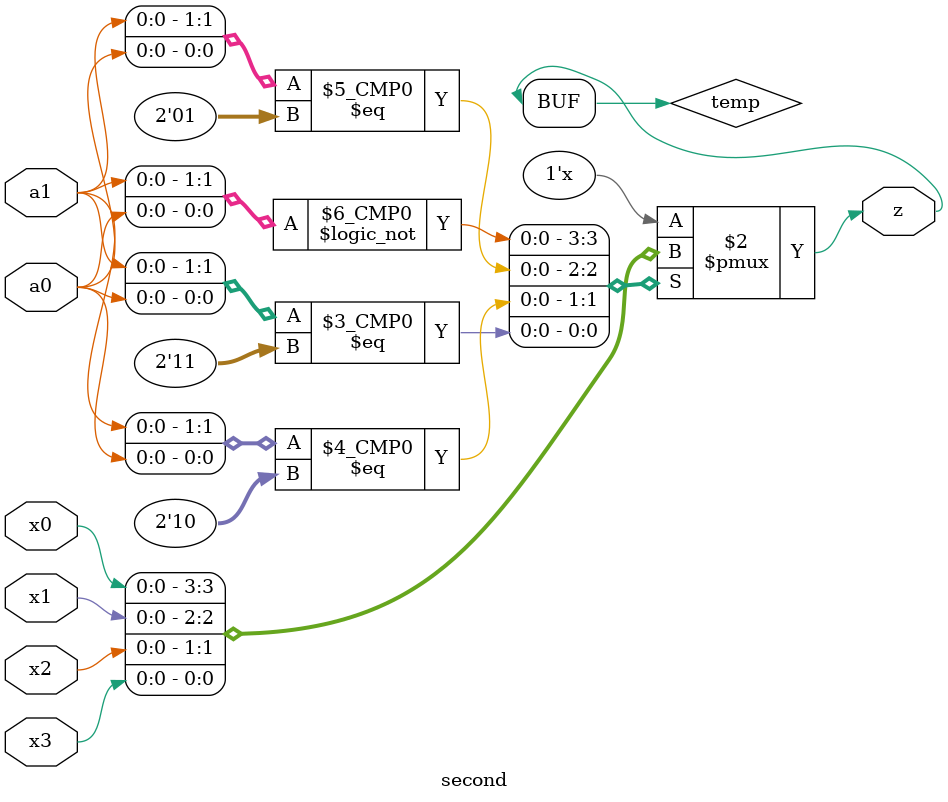
<source format=v>
module second(x0, x1, x2, x3, a0, a1, z);
input x0, x1, x2, x3, a0, a1;
reg temp;
output z;

always @(a0, a1)
begin
	case({a1, a0})
		2'b00: temp <= x0;
		2'b01: temp <= x1;
		2'b10: temp <= x2;
		2'b11: temp <= x3;
	endcase
end

assign z = temp;

endmodule

</source>
